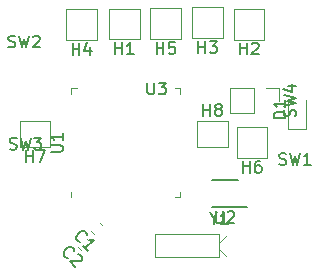
<source format=gbr>
G04 #@! TF.GenerationSoftware,KiCad,Pcbnew,(5.0.1-3-g963ef8bb5)*
G04 #@! TF.CreationDate,2019-01-03T19:12:47-05:00*
G04 #@! TF.ProjectId,neoshiba,6E656F73686962612E6B696361645F70,rev?*
G04 #@! TF.SameCoordinates,Original*
G04 #@! TF.FileFunction,Legend,Top*
G04 #@! TF.FilePolarity,Positive*
%FSLAX46Y46*%
G04 Gerber Fmt 4.6, Leading zero omitted, Abs format (unit mm)*
G04 Created by KiCad (PCBNEW (5.0.1-3-g963ef8bb5)) date Thursday, January 03, 2019 at 07:12:47 PM*
%MOMM*%
%LPD*%
G01*
G04 APERTURE LIST*
%ADD10C,0.120000*%
%ADD11C,0.150000*%
G04 APERTURE END LIST*
D10*
G04 #@! TO.C,U1*
X147390000Y-90425000D02*
X147390000Y-89950000D01*
X147390000Y-89950000D02*
X147865000Y-89950000D01*
X156610000Y-98695000D02*
X156610000Y-99170000D01*
X156610000Y-99170000D02*
X156135000Y-99170000D01*
X156610000Y-90425000D02*
X156610000Y-89950000D01*
X156610000Y-89950000D02*
X156135000Y-89950000D01*
X147390000Y-98695000D02*
X147390000Y-99170000D01*
D11*
G04 #@! TO.C,U2*
X162280000Y-99985000D02*
X159305000Y-99985000D01*
X161455000Y-97735000D02*
X159305000Y-97735000D01*
D10*
G04 #@! TO.C,Y1*
X159840000Y-102320000D02*
X154440000Y-102320000D01*
X154440000Y-102320000D02*
X154440000Y-104220000D01*
X154440000Y-104220000D02*
X159840000Y-104220000D01*
X159840000Y-104220000D02*
X159840000Y-102320000D01*
X159840000Y-103020000D02*
X160440000Y-102420000D01*
X160440000Y-102420000D02*
X160440000Y-102420000D01*
X159840000Y-103520000D02*
X160440000Y-104120000D01*
X160440000Y-104120000D02*
X160440000Y-104120000D01*
G04 #@! TO.C,H6*
X161370000Y-95830000D02*
X163970000Y-95830000D01*
X163970000Y-93230000D02*
X163970000Y-95830000D01*
X161370000Y-93230000D02*
X163970000Y-93230000D01*
X161370000Y-95830000D02*
X161370000Y-93230000D01*
G04 #@! TO.C,H5*
X154070000Y-85780000D02*
X154070000Y-83180000D01*
X154070000Y-83180000D02*
X156670000Y-83180000D01*
X156670000Y-83180000D02*
X156670000Y-85780000D01*
X154070000Y-85780000D02*
X156670000Y-85780000D01*
G04 #@! TO.C,H4*
X146950000Y-85860000D02*
X149550000Y-85860000D01*
X149550000Y-83260000D02*
X149550000Y-85860000D01*
X146950000Y-83260000D02*
X149550000Y-83260000D01*
X146950000Y-85860000D02*
X146950000Y-83260000D01*
G04 #@! TO.C,H3*
X157600000Y-85700000D02*
X157600000Y-83100000D01*
X157600000Y-83100000D02*
X160200000Y-83100000D01*
X160200000Y-83100000D02*
X160200000Y-85700000D01*
X157600000Y-85700000D02*
X160200000Y-85700000D01*
G04 #@! TO.C,H2*
X161120000Y-85820000D02*
X163720000Y-85820000D01*
X163720000Y-83220000D02*
X163720000Y-85820000D01*
X161120000Y-83220000D02*
X163720000Y-83220000D01*
X161120000Y-85820000D02*
X161120000Y-83220000D01*
G04 #@! TO.C,H1*
X150560000Y-85810000D02*
X150560000Y-83210000D01*
X150560000Y-83210000D02*
X153160000Y-83210000D01*
X153160000Y-83210000D02*
X153160000Y-85810000D01*
X150560000Y-85810000D02*
X153160000Y-85810000D01*
G04 #@! TO.C,C2*
X148923011Y-102911762D02*
X148680802Y-102669553D01*
X148201762Y-103633011D02*
X147959553Y-103390802D01*
G04 #@! TO.C,C1*
X149290480Y-102271729D02*
X149048271Y-102029520D01*
X150011729Y-101550480D02*
X149769520Y-101308271D01*
G04 #@! TO.C,H8*
X158020000Y-94880000D02*
X160620000Y-94880000D01*
X158020000Y-92680000D02*
X158020000Y-94880000D01*
X160620000Y-92680000D02*
X158020000Y-92680000D01*
X160620000Y-93180000D02*
X160620000Y-92680000D01*
X160620000Y-94880000D02*
X160620000Y-93180000D01*
G04 #@! TO.C,H7*
X142990000Y-92680000D02*
X142990000Y-94380000D01*
X142990000Y-94380000D02*
X142990000Y-94880000D01*
X142990000Y-94880000D02*
X145590000Y-94880000D01*
X145590000Y-94880000D02*
X145590000Y-92680000D01*
X145590000Y-92680000D02*
X142990000Y-92680000D01*
G04 #@! TO.C,SW4*
X160800000Y-89920000D02*
X160800000Y-92040000D01*
X162860000Y-89920000D02*
X160800000Y-89920000D01*
X162860000Y-92040000D02*
X160800000Y-92040000D01*
X162860000Y-89920000D02*
X162860000Y-92040000D01*
X163860000Y-89920000D02*
X164920000Y-89920000D01*
X164920000Y-89920000D02*
X164920000Y-90980000D01*
G04 #@! TO.C,D1*
X165745000Y-90960000D02*
X165745000Y-93420000D01*
X165745000Y-93420000D02*
X167215000Y-93420000D01*
X167215000Y-93420000D02*
X167215000Y-90960000D01*
G04 #@! TO.C,SW1*
D11*
X164986666Y-96374761D02*
X165129523Y-96422380D01*
X165367619Y-96422380D01*
X165462857Y-96374761D01*
X165510476Y-96327142D01*
X165558095Y-96231904D01*
X165558095Y-96136666D01*
X165510476Y-96041428D01*
X165462857Y-95993809D01*
X165367619Y-95946190D01*
X165177142Y-95898571D01*
X165081904Y-95850952D01*
X165034285Y-95803333D01*
X164986666Y-95708095D01*
X164986666Y-95612857D01*
X165034285Y-95517619D01*
X165081904Y-95470000D01*
X165177142Y-95422380D01*
X165415238Y-95422380D01*
X165558095Y-95470000D01*
X165891428Y-95422380D02*
X166129523Y-96422380D01*
X166320000Y-95708095D01*
X166510476Y-96422380D01*
X166748571Y-95422380D01*
X167653333Y-96422380D02*
X167081904Y-96422380D01*
X167367619Y-96422380D02*
X167367619Y-95422380D01*
X167272380Y-95565238D01*
X167177142Y-95660476D01*
X167081904Y-95708095D01*
G04 #@! TO.C,SW3*
X142176666Y-95084761D02*
X142319523Y-95132380D01*
X142557619Y-95132380D01*
X142652857Y-95084761D01*
X142700476Y-95037142D01*
X142748095Y-94941904D01*
X142748095Y-94846666D01*
X142700476Y-94751428D01*
X142652857Y-94703809D01*
X142557619Y-94656190D01*
X142367142Y-94608571D01*
X142271904Y-94560952D01*
X142224285Y-94513333D01*
X142176666Y-94418095D01*
X142176666Y-94322857D01*
X142224285Y-94227619D01*
X142271904Y-94180000D01*
X142367142Y-94132380D01*
X142605238Y-94132380D01*
X142748095Y-94180000D01*
X143081428Y-94132380D02*
X143319523Y-95132380D01*
X143510000Y-94418095D01*
X143700476Y-95132380D01*
X143938571Y-94132380D01*
X144224285Y-94132380D02*
X144843333Y-94132380D01*
X144510000Y-94513333D01*
X144652857Y-94513333D01*
X144748095Y-94560952D01*
X144795714Y-94608571D01*
X144843333Y-94703809D01*
X144843333Y-94941904D01*
X144795714Y-95037142D01*
X144748095Y-95084761D01*
X144652857Y-95132380D01*
X144367142Y-95132380D01*
X144271904Y-95084761D01*
X144224285Y-95037142D01*
G04 #@! TO.C,SW2*
X142056666Y-86434761D02*
X142199523Y-86482380D01*
X142437619Y-86482380D01*
X142532857Y-86434761D01*
X142580476Y-86387142D01*
X142628095Y-86291904D01*
X142628095Y-86196666D01*
X142580476Y-86101428D01*
X142532857Y-86053809D01*
X142437619Y-86006190D01*
X142247142Y-85958571D01*
X142151904Y-85910952D01*
X142104285Y-85863333D01*
X142056666Y-85768095D01*
X142056666Y-85672857D01*
X142104285Y-85577619D01*
X142151904Y-85530000D01*
X142247142Y-85482380D01*
X142485238Y-85482380D01*
X142628095Y-85530000D01*
X142961428Y-85482380D02*
X143199523Y-86482380D01*
X143390000Y-85768095D01*
X143580476Y-86482380D01*
X143818571Y-85482380D01*
X144151904Y-85577619D02*
X144199523Y-85530000D01*
X144294761Y-85482380D01*
X144532857Y-85482380D01*
X144628095Y-85530000D01*
X144675714Y-85577619D01*
X144723333Y-85672857D01*
X144723333Y-85768095D01*
X144675714Y-85910952D01*
X144104285Y-86482380D01*
X144723333Y-86482380D01*
G04 #@! TO.C,U1*
X145632380Y-95321904D02*
X146441904Y-95321904D01*
X146537142Y-95274285D01*
X146584761Y-95226666D01*
X146632380Y-95131428D01*
X146632380Y-94940952D01*
X146584761Y-94845714D01*
X146537142Y-94798095D01*
X146441904Y-94750476D01*
X145632380Y-94750476D01*
X146632380Y-93750476D02*
X146632380Y-94321904D01*
X146632380Y-94036190D02*
X145632380Y-94036190D01*
X145775238Y-94131428D01*
X145870476Y-94226666D01*
X145918095Y-94321904D01*
G04 #@! TO.C,U2*
X159618095Y-100362380D02*
X159618095Y-101171904D01*
X159665714Y-101267142D01*
X159713333Y-101314761D01*
X159808571Y-101362380D01*
X159999047Y-101362380D01*
X160094285Y-101314761D01*
X160141904Y-101267142D01*
X160189523Y-101171904D01*
X160189523Y-100362380D01*
X160618095Y-100457619D02*
X160665714Y-100410000D01*
X160760952Y-100362380D01*
X160999047Y-100362380D01*
X161094285Y-100410000D01*
X161141904Y-100457619D01*
X161189523Y-100552857D01*
X161189523Y-100648095D01*
X161141904Y-100790952D01*
X160570476Y-101362380D01*
X161189523Y-101362380D01*
G04 #@! TO.C,Y1*
X159413809Y-100976190D02*
X159413809Y-101452380D01*
X159080476Y-100452380D02*
X159413809Y-100976190D01*
X159747142Y-100452380D01*
X160604285Y-101452380D02*
X160032857Y-101452380D01*
X160318571Y-101452380D02*
X160318571Y-100452380D01*
X160223333Y-100595238D01*
X160128095Y-100690476D01*
X160032857Y-100738095D01*
G04 #@! TO.C,H6*
X161908095Y-97082380D02*
X161908095Y-96082380D01*
X161908095Y-96558571D02*
X162479523Y-96558571D01*
X162479523Y-97082380D02*
X162479523Y-96082380D01*
X163384285Y-96082380D02*
X163193809Y-96082380D01*
X163098571Y-96130000D01*
X163050952Y-96177619D01*
X162955714Y-96320476D01*
X162908095Y-96510952D01*
X162908095Y-96891904D01*
X162955714Y-96987142D01*
X163003333Y-97034761D01*
X163098571Y-97082380D01*
X163289047Y-97082380D01*
X163384285Y-97034761D01*
X163431904Y-96987142D01*
X163479523Y-96891904D01*
X163479523Y-96653809D01*
X163431904Y-96558571D01*
X163384285Y-96510952D01*
X163289047Y-96463333D01*
X163098571Y-96463333D01*
X163003333Y-96510952D01*
X162955714Y-96558571D01*
X162908095Y-96653809D01*
G04 #@! TO.C,H5*
X154608095Y-87032380D02*
X154608095Y-86032380D01*
X154608095Y-86508571D02*
X155179523Y-86508571D01*
X155179523Y-87032380D02*
X155179523Y-86032380D01*
X156131904Y-86032380D02*
X155655714Y-86032380D01*
X155608095Y-86508571D01*
X155655714Y-86460952D01*
X155750952Y-86413333D01*
X155989047Y-86413333D01*
X156084285Y-86460952D01*
X156131904Y-86508571D01*
X156179523Y-86603809D01*
X156179523Y-86841904D01*
X156131904Y-86937142D01*
X156084285Y-86984761D01*
X155989047Y-87032380D01*
X155750952Y-87032380D01*
X155655714Y-86984761D01*
X155608095Y-86937142D01*
G04 #@! TO.C,H4*
X147488095Y-87112380D02*
X147488095Y-86112380D01*
X147488095Y-86588571D02*
X148059523Y-86588571D01*
X148059523Y-87112380D02*
X148059523Y-86112380D01*
X148964285Y-86445714D02*
X148964285Y-87112380D01*
X148726190Y-86064761D02*
X148488095Y-86779047D01*
X149107142Y-86779047D01*
G04 #@! TO.C,H3*
X158138095Y-86952380D02*
X158138095Y-85952380D01*
X158138095Y-86428571D02*
X158709523Y-86428571D01*
X158709523Y-86952380D02*
X158709523Y-85952380D01*
X159090476Y-85952380D02*
X159709523Y-85952380D01*
X159376190Y-86333333D01*
X159519047Y-86333333D01*
X159614285Y-86380952D01*
X159661904Y-86428571D01*
X159709523Y-86523809D01*
X159709523Y-86761904D01*
X159661904Y-86857142D01*
X159614285Y-86904761D01*
X159519047Y-86952380D01*
X159233333Y-86952380D01*
X159138095Y-86904761D01*
X159090476Y-86857142D01*
G04 #@! TO.C,H2*
X161658095Y-87072380D02*
X161658095Y-86072380D01*
X161658095Y-86548571D02*
X162229523Y-86548571D01*
X162229523Y-87072380D02*
X162229523Y-86072380D01*
X162658095Y-86167619D02*
X162705714Y-86120000D01*
X162800952Y-86072380D01*
X163039047Y-86072380D01*
X163134285Y-86120000D01*
X163181904Y-86167619D01*
X163229523Y-86262857D01*
X163229523Y-86358095D01*
X163181904Y-86500952D01*
X162610476Y-87072380D01*
X163229523Y-87072380D01*
G04 #@! TO.C,H1*
X151098095Y-87062380D02*
X151098095Y-86062380D01*
X151098095Y-86538571D02*
X151669523Y-86538571D01*
X151669523Y-87062380D02*
X151669523Y-86062380D01*
X152669523Y-87062380D02*
X152098095Y-87062380D01*
X152383809Y-87062380D02*
X152383809Y-86062380D01*
X152288571Y-86205238D01*
X152193333Y-86300476D01*
X152098095Y-86348095D01*
G04 #@! TO.C,C2*
X147059729Y-104297132D02*
X146992386Y-104297132D01*
X146857699Y-104229788D01*
X146790355Y-104162445D01*
X146723012Y-104027757D01*
X146723012Y-103893070D01*
X146756683Y-103792055D01*
X146857699Y-103623696D01*
X146958714Y-103522681D01*
X147127073Y-103421666D01*
X147228088Y-103387994D01*
X147362775Y-103387994D01*
X147497462Y-103455338D01*
X147564806Y-103522681D01*
X147632149Y-103657368D01*
X147632149Y-103724712D01*
X147901523Y-103994086D02*
X147968867Y-103994086D01*
X148069882Y-104027757D01*
X148238241Y-104196116D01*
X148271912Y-104297132D01*
X148271912Y-104364475D01*
X148238241Y-104465490D01*
X148170897Y-104532834D01*
X148036210Y-104600177D01*
X147228088Y-104600177D01*
X147665821Y-105037910D01*
G04 #@! TO.C,C1*
X148148447Y-102935850D02*
X148081104Y-102935850D01*
X147946417Y-102868506D01*
X147879073Y-102801163D01*
X147811730Y-102666475D01*
X147811730Y-102531788D01*
X147845401Y-102430773D01*
X147946417Y-102262414D01*
X148047432Y-102161399D01*
X148215791Y-102060384D01*
X148316806Y-102026712D01*
X148451493Y-102026712D01*
X148586180Y-102094056D01*
X148653524Y-102161399D01*
X148720867Y-102296086D01*
X148720867Y-102363430D01*
X148754539Y-103676628D02*
X148350478Y-103272567D01*
X148552508Y-103474598D02*
X149259615Y-102767491D01*
X149091256Y-102801163D01*
X148956569Y-102801163D01*
X148855554Y-102767491D01*
G04 #@! TO.C,H8*
X158558095Y-92282380D02*
X158558095Y-91282380D01*
X158558095Y-91758571D02*
X159129523Y-91758571D01*
X159129523Y-92282380D02*
X159129523Y-91282380D01*
X159748571Y-91710952D02*
X159653333Y-91663333D01*
X159605714Y-91615714D01*
X159558095Y-91520476D01*
X159558095Y-91472857D01*
X159605714Y-91377619D01*
X159653333Y-91330000D01*
X159748571Y-91282380D01*
X159939047Y-91282380D01*
X160034285Y-91330000D01*
X160081904Y-91377619D01*
X160129523Y-91472857D01*
X160129523Y-91520476D01*
X160081904Y-91615714D01*
X160034285Y-91663333D01*
X159939047Y-91710952D01*
X159748571Y-91710952D01*
X159653333Y-91758571D01*
X159605714Y-91806190D01*
X159558095Y-91901428D01*
X159558095Y-92091904D01*
X159605714Y-92187142D01*
X159653333Y-92234761D01*
X159748571Y-92282380D01*
X159939047Y-92282380D01*
X160034285Y-92234761D01*
X160081904Y-92187142D01*
X160129523Y-92091904D01*
X160129523Y-91901428D01*
X160081904Y-91806190D01*
X160034285Y-91758571D01*
X159939047Y-91710952D01*
G04 #@! TO.C,H7*
X143528095Y-96182380D02*
X143528095Y-95182380D01*
X143528095Y-95658571D02*
X144099523Y-95658571D01*
X144099523Y-96182380D02*
X144099523Y-95182380D01*
X144480476Y-95182380D02*
X145147142Y-95182380D01*
X144718571Y-96182380D01*
G04 #@! TO.C,SW4*
X166324761Y-92313333D02*
X166372380Y-92170476D01*
X166372380Y-91932380D01*
X166324761Y-91837142D01*
X166277142Y-91789523D01*
X166181904Y-91741904D01*
X166086666Y-91741904D01*
X165991428Y-91789523D01*
X165943809Y-91837142D01*
X165896190Y-91932380D01*
X165848571Y-92122857D01*
X165800952Y-92218095D01*
X165753333Y-92265714D01*
X165658095Y-92313333D01*
X165562857Y-92313333D01*
X165467619Y-92265714D01*
X165420000Y-92218095D01*
X165372380Y-92122857D01*
X165372380Y-91884761D01*
X165420000Y-91741904D01*
X165372380Y-91408571D02*
X166372380Y-91170476D01*
X165658095Y-90980000D01*
X166372380Y-90789523D01*
X165372380Y-90551428D01*
X165705714Y-89741904D02*
X166372380Y-89741904D01*
X165324761Y-89980000D02*
X166039047Y-90218095D01*
X166039047Y-89599047D01*
G04 #@! TO.C,D1*
X165502380Y-92498095D02*
X164502380Y-92498095D01*
X164502380Y-92260000D01*
X164550000Y-92117142D01*
X164645238Y-92021904D01*
X164740476Y-91974285D01*
X164930952Y-91926666D01*
X165073809Y-91926666D01*
X165264285Y-91974285D01*
X165359523Y-92021904D01*
X165454761Y-92117142D01*
X165502380Y-92260000D01*
X165502380Y-92498095D01*
X165502380Y-90974285D02*
X165502380Y-91545714D01*
X165502380Y-91260000D02*
X164502380Y-91260000D01*
X164645238Y-91355238D01*
X164740476Y-91450476D01*
X164788095Y-91545714D01*
G04 #@! TO.C,U3*
X153824595Y-89466880D02*
X153824595Y-90276404D01*
X153872214Y-90371642D01*
X153919833Y-90419261D01*
X154015071Y-90466880D01*
X154205547Y-90466880D01*
X154300785Y-90419261D01*
X154348404Y-90371642D01*
X154396023Y-90276404D01*
X154396023Y-89466880D01*
X154776976Y-89466880D02*
X155396023Y-89466880D01*
X155062690Y-89847833D01*
X155205547Y-89847833D01*
X155300785Y-89895452D01*
X155348404Y-89943071D01*
X155396023Y-90038309D01*
X155396023Y-90276404D01*
X155348404Y-90371642D01*
X155300785Y-90419261D01*
X155205547Y-90466880D01*
X154919833Y-90466880D01*
X154824595Y-90419261D01*
X154776976Y-90371642D01*
G04 #@! TD*
M02*

</source>
